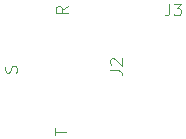
<source format=gbr>
%TF.GenerationSoftware,KiCad,Pcbnew,9.0.2*%
%TF.CreationDate,2025-08-14T21:49:21-07:00*%
%TF.ProjectId,natsys_conn1,6e617473-7973-45f6-936f-6e6e312e6b69,rev?*%
%TF.SameCoordinates,Original*%
%TF.FileFunction,Legend,Top*%
%TF.FilePolarity,Positive*%
%FSLAX46Y46*%
G04 Gerber Fmt 4.6, Leading zero omitted, Abs format (unit mm)*
G04 Created by KiCad (PCBNEW 9.0.2) date 2025-08-14 21:49:21*
%MOMM*%
%LPD*%
G01*
G04 APERTURE LIST*
%ADD10C,0.100000*%
G04 APERTURE END LIST*
D10*
X134569219Y-95156333D02*
X135283504Y-95156333D01*
X135283504Y-95156333D02*
X135426361Y-95203952D01*
X135426361Y-95203952D02*
X135521600Y-95299190D01*
X135521600Y-95299190D02*
X135569219Y-95442047D01*
X135569219Y-95442047D02*
X135569219Y-95537285D01*
X134664457Y-94727761D02*
X134616838Y-94680142D01*
X134616838Y-94680142D02*
X134569219Y-94584904D01*
X134569219Y-94584904D02*
X134569219Y-94346809D01*
X134569219Y-94346809D02*
X134616838Y-94251571D01*
X134616838Y-94251571D02*
X134664457Y-94203952D01*
X134664457Y-94203952D02*
X134759695Y-94156333D01*
X134759695Y-94156333D02*
X134854933Y-94156333D01*
X134854933Y-94156333D02*
X134997790Y-94203952D01*
X134997790Y-94203952D02*
X135569219Y-94775380D01*
X135569219Y-94775380D02*
X135569219Y-94156333D01*
X129884219Y-100661972D02*
X129884219Y-100090544D01*
X130884219Y-100376258D02*
X129884219Y-100376258D01*
X130984219Y-89747687D02*
X130508028Y-90081020D01*
X130984219Y-90319115D02*
X129984219Y-90319115D01*
X129984219Y-90319115D02*
X129984219Y-89938163D01*
X129984219Y-89938163D02*
X130031838Y-89842925D01*
X130031838Y-89842925D02*
X130079457Y-89795306D01*
X130079457Y-89795306D02*
X130174695Y-89747687D01*
X130174695Y-89747687D02*
X130317552Y-89747687D01*
X130317552Y-89747687D02*
X130412790Y-89795306D01*
X130412790Y-89795306D02*
X130460409Y-89842925D01*
X130460409Y-89842925D02*
X130508028Y-89938163D01*
X130508028Y-89938163D02*
X130508028Y-90319115D01*
X126636600Y-95366734D02*
X126684219Y-95223877D01*
X126684219Y-95223877D02*
X126684219Y-94985782D01*
X126684219Y-94985782D02*
X126636600Y-94890544D01*
X126636600Y-94890544D02*
X126588980Y-94842925D01*
X126588980Y-94842925D02*
X126493742Y-94795306D01*
X126493742Y-94795306D02*
X126398504Y-94795306D01*
X126398504Y-94795306D02*
X126303266Y-94842925D01*
X126303266Y-94842925D02*
X126255647Y-94890544D01*
X126255647Y-94890544D02*
X126208028Y-94985782D01*
X126208028Y-94985782D02*
X126160409Y-95176258D01*
X126160409Y-95176258D02*
X126112790Y-95271496D01*
X126112790Y-95271496D02*
X126065171Y-95319115D01*
X126065171Y-95319115D02*
X125969933Y-95366734D01*
X125969933Y-95366734D02*
X125874695Y-95366734D01*
X125874695Y-95366734D02*
X125779457Y-95319115D01*
X125779457Y-95319115D02*
X125731838Y-95271496D01*
X125731838Y-95271496D02*
X125684219Y-95176258D01*
X125684219Y-95176258D02*
X125684219Y-94938163D01*
X125684219Y-94938163D02*
X125731838Y-94795306D01*
X139583466Y-89536819D02*
X139583466Y-90251104D01*
X139583466Y-90251104D02*
X139535847Y-90393961D01*
X139535847Y-90393961D02*
X139440609Y-90489200D01*
X139440609Y-90489200D02*
X139297752Y-90536819D01*
X139297752Y-90536819D02*
X139202514Y-90536819D01*
X139964419Y-89536819D02*
X140583466Y-89536819D01*
X140583466Y-89536819D02*
X140250133Y-89917771D01*
X140250133Y-89917771D02*
X140392990Y-89917771D01*
X140392990Y-89917771D02*
X140488228Y-89965390D01*
X140488228Y-89965390D02*
X140535847Y-90013009D01*
X140535847Y-90013009D02*
X140583466Y-90108247D01*
X140583466Y-90108247D02*
X140583466Y-90346342D01*
X140583466Y-90346342D02*
X140535847Y-90441580D01*
X140535847Y-90441580D02*
X140488228Y-90489200D01*
X140488228Y-90489200D02*
X140392990Y-90536819D01*
X140392990Y-90536819D02*
X140107276Y-90536819D01*
X140107276Y-90536819D02*
X140012038Y-90489200D01*
X140012038Y-90489200D02*
X139964419Y-90441580D01*
M02*

</source>
